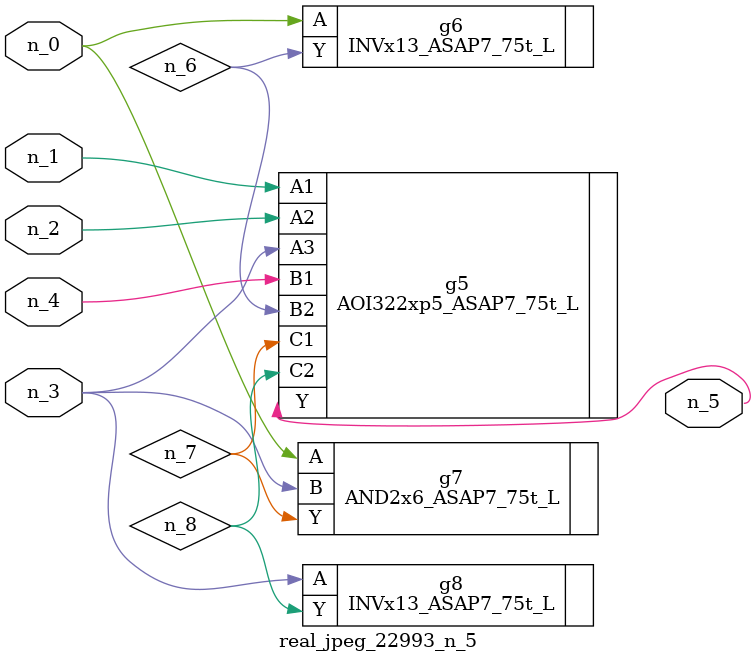
<source format=v>
module real_jpeg_22993_n_5 (n_4, n_0, n_1, n_2, n_3, n_5);

input n_4;
input n_0;
input n_1;
input n_2;
input n_3;

output n_5;

wire n_8;
wire n_6;
wire n_7;

INVx13_ASAP7_75t_L g6 ( 
.A(n_0),
.Y(n_6)
);

AND2x6_ASAP7_75t_L g7 ( 
.A(n_0),
.B(n_3),
.Y(n_7)
);

AOI322xp5_ASAP7_75t_L g5 ( 
.A1(n_1),
.A2(n_2),
.A3(n_3),
.B1(n_4),
.B2(n_6),
.C1(n_7),
.C2(n_8),
.Y(n_5)
);

INVx13_ASAP7_75t_L g8 ( 
.A(n_3),
.Y(n_8)
);


endmodule
</source>
